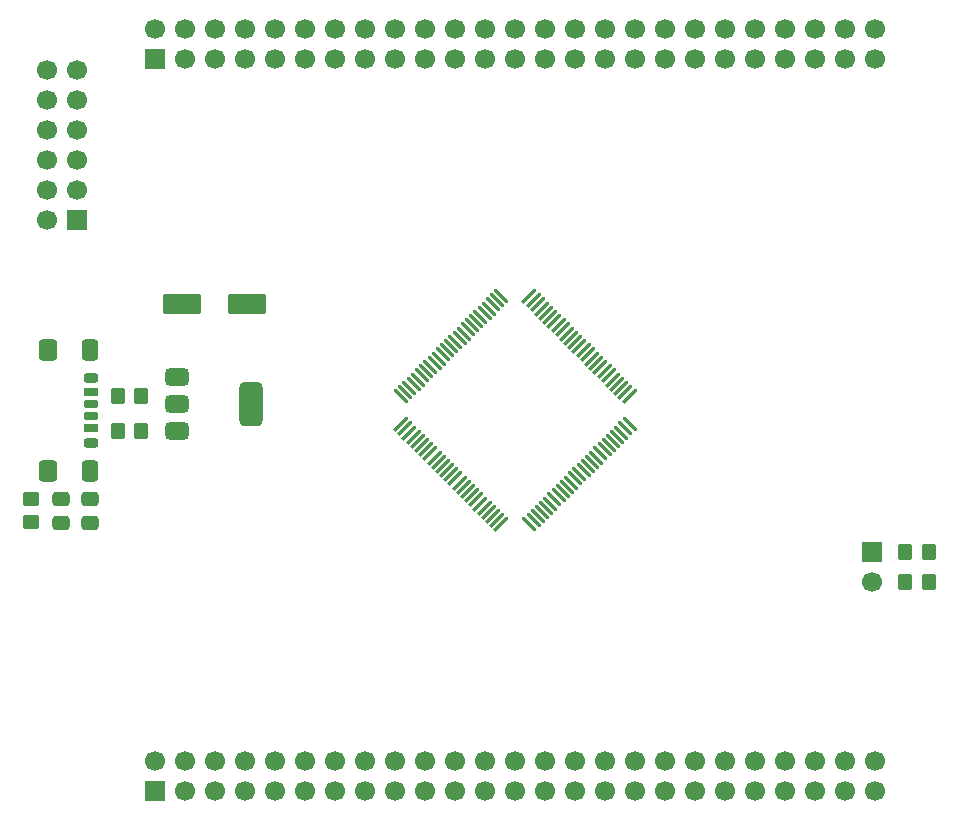
<source format=gbr>
%TF.GenerationSoftware,KiCad,Pcbnew,9.0.1*%
%TF.CreationDate,2025-04-21T04:08:06+03:00*%
%TF.ProjectId,k1921vg015_devboard,6b313932-3176-4673-9031-355f64657662,rev?*%
%TF.SameCoordinates,Original*%
%TF.FileFunction,Soldermask,Top*%
%TF.FilePolarity,Negative*%
%FSLAX46Y46*%
G04 Gerber Fmt 4.6, Leading zero omitted, Abs format (unit mm)*
G04 Created by KiCad (PCBNEW 9.0.1) date 2025-04-21 04:08:06*
%MOMM*%
%LPD*%
G01*
G04 APERTURE LIST*
G04 Aperture macros list*
%AMRoundRect*
0 Rectangle with rounded corners*
0 $1 Rounding radius*
0 $2 $3 $4 $5 $6 $7 $8 $9 X,Y pos of 4 corners*
0 Add a 4 corners polygon primitive as box body*
4,1,4,$2,$3,$4,$5,$6,$7,$8,$9,$2,$3,0*
0 Add four circle primitives for the rounded corners*
1,1,$1+$1,$2,$3*
1,1,$1+$1,$4,$5*
1,1,$1+$1,$6,$7*
1,1,$1+$1,$8,$9*
0 Add four rect primitives between the rounded corners*
20,1,$1+$1,$2,$3,$4,$5,0*
20,1,$1+$1,$4,$5,$6,$7,0*
20,1,$1+$1,$6,$7,$8,$9,0*
20,1,$1+$1,$8,$9,$2,$3,0*%
G04 Aperture macros list end*
%ADD10RoundRect,0.075000X-0.459619X-0.565685X0.565685X0.459619X0.459619X0.565685X-0.565685X-0.459619X0*%
%ADD11RoundRect,0.075000X0.459619X-0.565685X0.565685X-0.459619X-0.459619X0.565685X-0.565685X0.459619X0*%
%ADD12R,1.700000X1.700000*%
%ADD13C,1.700000*%
%ADD14RoundRect,0.250000X0.350000X0.450000X-0.350000X0.450000X-0.350000X-0.450000X0.350000X-0.450000X0*%
%ADD15RoundRect,0.250000X-0.350000X-0.450000X0.350000X-0.450000X0.350000X0.450000X-0.350000X0.450000X0*%
%ADD16RoundRect,0.175000X-0.425000X0.175000X-0.425000X-0.175000X0.425000X-0.175000X0.425000X0.175000X0*%
%ADD17RoundRect,0.190000X0.410000X-0.190000X0.410000X0.190000X-0.410000X0.190000X-0.410000X-0.190000X0*%
%ADD18RoundRect,0.200000X0.400000X-0.200000X0.400000X0.200000X-0.400000X0.200000X-0.400000X-0.200000X0*%
%ADD19RoundRect,0.175000X0.425000X-0.175000X0.425000X0.175000X-0.425000X0.175000X-0.425000X-0.175000X0*%
%ADD20RoundRect,0.190000X-0.410000X0.190000X-0.410000X-0.190000X0.410000X-0.190000X0.410000X0.190000X0*%
%ADD21RoundRect,0.200000X-0.400000X0.200000X-0.400000X-0.200000X0.400000X-0.200000X0.400000X0.200000X0*%
%ADD22RoundRect,0.250000X-0.425000X0.650000X-0.425000X-0.650000X0.425000X-0.650000X0.425000X0.650000X0*%
%ADD23RoundRect,0.250000X-0.500000X0.650000X-0.500000X-0.650000X0.500000X-0.650000X0.500000X0.650000X0*%
%ADD24RoundRect,0.250000X1.400000X0.600000X-1.400000X0.600000X-1.400000X-0.600000X1.400000X-0.600000X0*%
%ADD25RoundRect,0.375000X-0.625000X-0.375000X0.625000X-0.375000X0.625000X0.375000X-0.625000X0.375000X0*%
%ADD26RoundRect,0.500000X-0.500000X-1.400000X0.500000X-1.400000X0.500000X1.400000X-0.500000X1.400000X0*%
%ADD27RoundRect,0.250000X-0.475000X0.337500X-0.475000X-0.337500X0.475000X-0.337500X0.475000X0.337500X0*%
%ADD28RoundRect,0.250000X0.450000X-0.350000X0.450000X0.350000X-0.450000X0.350000X-0.450000X-0.350000X0*%
G04 APERTURE END LIST*
D10*
%TO.C,D2*%
X32830315Y-1184404D03*
X33183868Y-1537957D03*
X33537422Y-1891511D03*
X33890975Y-2245064D03*
X34244528Y-2598617D03*
X34598082Y-2952171D03*
X34951635Y-3305724D03*
X35305189Y-3659278D03*
X35658742Y-4012831D03*
X36012295Y-4366384D03*
X36365849Y-4719938D03*
X36719402Y-5073491D03*
X37072955Y-5427045D03*
X37426509Y-5780598D03*
X37780062Y-6134151D03*
X38133616Y-6487705D03*
X38487169Y-6841258D03*
X38840722Y-7194811D03*
X39194276Y-7548365D03*
X39547829Y-7901918D03*
X39901383Y-8255472D03*
X40254936Y-8609025D03*
X40608489Y-8962578D03*
X40962043Y-9316132D03*
X41315596Y-9669685D03*
D11*
X43684404Y-9669685D03*
X44037957Y-9316132D03*
X44391511Y-8962578D03*
X44745064Y-8609025D03*
X45098617Y-8255472D03*
X45452171Y-7901918D03*
X45805724Y-7548365D03*
X46159278Y-7194811D03*
X46512831Y-6841258D03*
X46866384Y-6487705D03*
X47219938Y-6134151D03*
X47573491Y-5780598D03*
X47927045Y-5427045D03*
X48280598Y-5073491D03*
X48634151Y-4719938D03*
X48987705Y-4366384D03*
X49341258Y-4012831D03*
X49694811Y-3659278D03*
X50048365Y-3305724D03*
X50401918Y-2952171D03*
X50755472Y-2598617D03*
X51109025Y-2245064D03*
X51462578Y-1891511D03*
X51816132Y-1537957D03*
X52169685Y-1184404D03*
D10*
X52169685Y1184404D03*
X51816132Y1537957D03*
X51462578Y1891511D03*
X51109025Y2245064D03*
X50755472Y2598617D03*
X50401918Y2952171D03*
X50048365Y3305724D03*
X49694811Y3659278D03*
X49341258Y4012831D03*
X48987705Y4366384D03*
X48634151Y4719938D03*
X48280598Y5073491D03*
X47927045Y5427045D03*
X47573491Y5780598D03*
X47219938Y6134151D03*
X46866384Y6487705D03*
X46512831Y6841258D03*
X46159278Y7194811D03*
X45805724Y7548365D03*
X45452171Y7901918D03*
X45098617Y8255472D03*
X44745064Y8609025D03*
X44391511Y8962578D03*
X44037957Y9316132D03*
X43684404Y9669685D03*
D11*
X41315596Y9669685D03*
X40962043Y9316132D03*
X40608489Y8962578D03*
X40254936Y8609025D03*
X39901383Y8255472D03*
X39547829Y7901918D03*
X39194276Y7548365D03*
X38840722Y7194811D03*
X38487169Y6841258D03*
X38133616Y6487705D03*
X37780062Y6134151D03*
X37426509Y5780598D03*
X37072955Y5427045D03*
X36719402Y5073491D03*
X36365849Y4719938D03*
X36012295Y4366384D03*
X35658742Y4012831D03*
X35305189Y3659278D03*
X34951635Y3305724D03*
X34598082Y2952171D03*
X34244528Y2598617D03*
X33890975Y2245064D03*
X33537422Y1891511D03*
X33183868Y1537957D03*
X32830315Y1184404D03*
%TD*%
D12*
%TO.C,J3*%
X5420000Y16080000D03*
D13*
X2880000Y16080000D03*
X5420000Y18620000D03*
X2880000Y18620000D03*
X5420000Y21160000D03*
X2880000Y21160000D03*
X5420000Y23700000D03*
X2880000Y23700000D03*
X5420000Y26240000D03*
X2880000Y26240000D03*
X5420000Y28780000D03*
X2880000Y28780000D03*
%TD*%
D14*
%TO.C,R15*%
X77500000Y-14565000D03*
X75500000Y-14565000D03*
%TD*%
D15*
%TO.C,R1*%
X75500000Y-12025000D03*
X77500000Y-12025000D03*
%TD*%
D12*
%TO.C,J2*%
X12020000Y29725000D03*
D13*
X12020000Y32265000D03*
X14560000Y29725000D03*
X14560000Y32265000D03*
X17100000Y29725000D03*
X17100000Y32265000D03*
X19640000Y29725000D03*
X19640000Y32265000D03*
X22180000Y29725000D03*
X22180000Y32265000D03*
X24720000Y29725000D03*
X24720000Y32265000D03*
X27260000Y29725000D03*
X27260000Y32265000D03*
X29800000Y29725000D03*
X29800000Y32265000D03*
X32340000Y29725000D03*
X32340000Y32265000D03*
X34880000Y29725000D03*
X34880000Y32265000D03*
X37420000Y29725000D03*
X37420000Y32265000D03*
X39960000Y29725000D03*
X39960000Y32265000D03*
X42500000Y29725000D03*
X42500000Y32265000D03*
X45040000Y29725000D03*
X45040000Y32265000D03*
X47580000Y29725000D03*
X47580000Y32265000D03*
X50120000Y29725000D03*
X50120000Y32265000D03*
X52660000Y29725000D03*
X52660000Y32265000D03*
X55200000Y29725000D03*
X55200000Y32265000D03*
X57740000Y29725000D03*
X57740000Y32265000D03*
X60280000Y29725000D03*
X60280000Y32265000D03*
X62820000Y29725000D03*
X62820000Y32265000D03*
X65360000Y29725000D03*
X65360000Y32265000D03*
X67900000Y29725000D03*
X67900000Y32265000D03*
X70440000Y29725000D03*
X70440000Y32265000D03*
X72980000Y29725000D03*
X72980000Y32265000D03*
%TD*%
D12*
%TO.C,J4*%
X72700000Y-12025000D03*
D13*
X72700000Y-14565000D03*
%TD*%
D16*
%TO.C,J7*%
X6532500Y500000D03*
D17*
X6532500Y-1520000D03*
D18*
X6532500Y-2750000D03*
D19*
X6532500Y-500000D03*
D20*
X6532500Y1520000D03*
D21*
X6532500Y2750000D03*
D22*
X6477500Y5125000D03*
D23*
X2897500Y5125000D03*
D22*
X6477500Y-5125000D03*
D23*
X2897500Y-5125000D03*
%TD*%
D24*
%TO.C,D3*%
X19750000Y9000000D03*
X14250000Y9000000D03*
%TD*%
D25*
%TO.C,U1*%
X13850000Y2800000D03*
X13850000Y500000D03*
D26*
X20150000Y500000D03*
D25*
X13850000Y-1800000D03*
%TD*%
D12*
%TO.C,J1*%
X12020000Y-32275000D03*
D13*
X12020000Y-29735000D03*
X14560000Y-32275000D03*
X14560000Y-29735000D03*
X17100000Y-32275000D03*
X17100000Y-29735000D03*
X19640000Y-32275000D03*
X19640000Y-29735000D03*
X22180000Y-32275000D03*
X22180000Y-29735000D03*
X24720000Y-32275000D03*
X24720000Y-29735000D03*
X27260000Y-32275000D03*
X27260000Y-29735000D03*
X29800000Y-32275000D03*
X29800000Y-29735000D03*
X32340000Y-32275000D03*
X32340000Y-29735000D03*
X34880000Y-32275000D03*
X34880000Y-29735000D03*
X37420000Y-32275000D03*
X37420000Y-29735000D03*
X39960000Y-32275000D03*
X39960000Y-29735000D03*
X42500000Y-32275000D03*
X42500000Y-29735000D03*
X45040000Y-32275000D03*
X45040000Y-29735000D03*
X47580000Y-32275000D03*
X47580000Y-29735000D03*
X50120000Y-32275000D03*
X50120000Y-29735000D03*
X52660000Y-32275000D03*
X52660000Y-29735000D03*
X55200000Y-32275000D03*
X55200000Y-29735000D03*
X57740000Y-32275000D03*
X57740000Y-29735000D03*
X60280000Y-32275000D03*
X60280000Y-29735000D03*
X62820000Y-32275000D03*
X62820000Y-29735000D03*
X65360000Y-32275000D03*
X65360000Y-29735000D03*
X67900000Y-32275000D03*
X67900000Y-29735000D03*
X70440000Y-32275000D03*
X70440000Y-29735000D03*
X72980000Y-32275000D03*
X72980000Y-29735000D03*
%TD*%
D27*
%TO.C,C7*%
X4000000Y-7500000D03*
X4000000Y-9575000D03*
%TD*%
D14*
%TO.C,R9*%
X10825000Y-1750000D03*
X8825000Y-1750000D03*
%TD*%
%TO.C,R8*%
X10825000Y1225000D03*
X8825000Y1225000D03*
%TD*%
D27*
%TO.C,C8*%
X6500000Y-7500000D03*
X6500000Y-9575000D03*
%TD*%
D28*
%TO.C,R10*%
X1500000Y-9500000D03*
X1500000Y-7500000D03*
%TD*%
M02*

</source>
